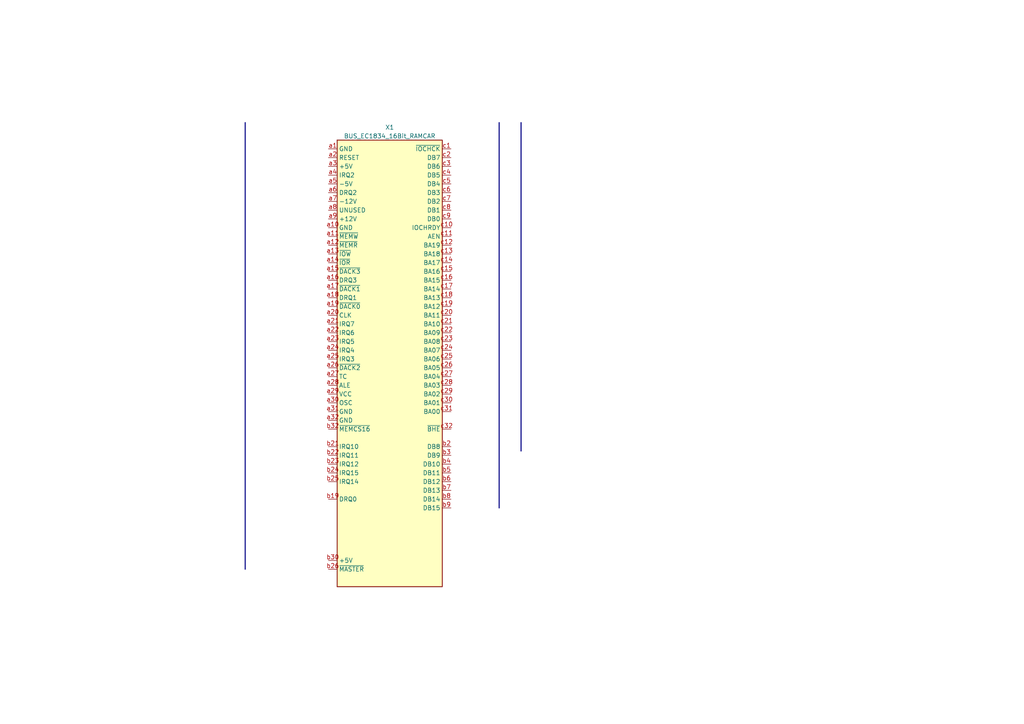
<source format=kicad_sch>
(kicad_sch (version 20211123) (generator eeschema)
  (paper "A4")
  (lib_symbols
    (symbol "robotron_ec1834:BUS_EC1834_16Bit_RAMCARD"
      (property "Reference" "U" (at 0 0 0))
      (property "Value" "BUS_EC1834_16Bit_RAMCARD" (at 0 -8.89 90))
      (symbol "BUS_EC1834_16Bit_RAMCARD_0_1"
        (rectangle (start -15.24 -64.77) (end 15.24 64.77) (stroke (width 0.254)) (fill (type background)))
      )
      (symbol "BUS_EC1834_16Bit_RAMCARD_1_1"
        (pin power_in line (at -17.78 62.23 0) (length 2.54) (name "GND") (number "a1"))
        (pin power_in line (at -17.78 39.37 0) (length 2.54) (name "GND") (number "a10"))
        (pin input line (at -17.78 36.83 0) (length 2.54) (name "~{MEMW}") (number "a11"))
        (pin input line (at -17.78 34.29 0) (length 2.54) (name "~{MEMR}") (number "a12"))
        (pin input line (at -17.78 31.75 0) (length 2.54) (name "~{IOW}") (number "a13"))
        (pin input line (at -17.78 29.21 0) (length 2.54) (name "~{IOR}") (number "a14"))
        (pin passive line (at -17.78 26.67 0) (length 2.54) (name "~{DACK3}") (number "a15"))
        (pin passive line (at -17.78 24.13 0) (length 2.54) (name "DRQ3") (number "a16"))
        (pin passive line (at -17.78 21.59 0) (length 2.54) (name "~{DACK1}") (number "a17"))
        (pin passive line (at -17.78 19.05 0) (length 2.54) (name "DRQ1") (number "a18"))
        (pin passive line (at -17.78 16.51 0) (length 2.54) (name "~{DACK0}") (number "a19"))
        (pin input line (at -17.78 59.69 0) (length 2.54) (name "RESET") (number "a2"))
        (pin input line (at -17.78 13.97 0) (length 2.54) (name "CLK") (number "a20"))
        (pin passive line (at -17.78 11.43 0) (length 2.54) (name "IRQ7") (number "a21"))
        (pin passive line (at -17.78 8.89 0) (length 2.54) (name "IRQ6") (number "a22"))
        (pin passive line (at -17.78 6.35 0) (length 2.54) (name "IRQ5") (number "a23"))
        (pin passive line (at -17.78 3.81 0) (length 2.54) (name "IRQ4") (number "a24"))
        (pin passive line (at -17.78 1.27 0) (length 2.54) (name "IRQ3") (number "a25"))
        (pin passive line (at -17.78 -1.27 0) (length 2.54) (name "~{DACK2}") (number "a26"))
        (pin passive line (at -17.78 -3.81 0) (length 2.54) (name "TC") (number "a27"))
        (pin input line (at -17.78 -6.35 0) (length 2.54) (name "ALE") (number "a28"))
        (pin power_in line (at -17.78 -8.89 0) (length 2.54) (name "VCC") (number "a29"))
        (pin power_in line (at -17.78 57.15 0) (length 2.54) (name "+5V") (number "a3"))
        (pin input line (at -17.78 -11.43 0) (length 2.54) (name "OSC") (number "a30"))
        (pin power_in line (at -17.78 -13.97 0) (length 2.54) (name "GND") (number "a31"))
        (pin power_in line (at -17.78 -16.51 0) (length 2.54) (name "GND") (number "a32"))
        (pin passive line (at -17.78 54.61 0) (length 2.54) (name "IRQ2") (number "a4"))
        (pin power_in line (at -17.78 52.07 0) (length 2.54) (name "-5V") (number "a5"))
        (pin passive line (at -17.78 49.53 0) (length 2.54) (name "DRQ2") (number "a6"))
        (pin power_in line (at -17.78 46.99 0) (length 2.54) (name "-12V") (number "a7"))
        (pin passive line (at -17.78 44.45 0) (length 2.54) (name "UNUSED") (number "a8"))
        (pin power_in line (at -17.78 41.91 0) (length 2.54) (name "+12V") (number "a9"))
        (pin no_connect line (at 1.27 -25.4 180) (length 2.54) hide (name "UNUSED") (number "b1"))
        (pin no_connect line (at 1.27 -27.94 180) (length 2.54) hide (name "UNUSED") (number "b10"))
        (pin no_connect line (at 1.27 -30.48 180) (length 2.54) hide (name "UNUSED") (number "b11"))
        (pin no_connect line (at 1.27 -33.02 180) (length 2.54) hide (name "UNUSED") (number "b12"))
        (pin no_connect line (at 1.27 -35.56 180) (length 2.54) hide (name "UNUSED") (number "b13"))
        (pin no_connect line (at 1.27 -38.1 180) (length 2.54) hide (name "UNUSED") (number "b14"))
        (pin no_connect line (at 1.27 -40.64 180) (length 2.54) hide (name "UNUSED") (number "b15"))
        (pin no_connect line (at 1.27 -43.18 180) (length 2.54) hide (name "UNUSED") (number "b16"))
        (pin no_connect line (at 1.27 -45.72 180) (length 2.54) hide (name "UNUSED") (number "b17"))
        (pin no_connect line (at 1.27 -48.26 180) (length 2.54) hide (name "UNUSED") (number "b18"))
        (pin passive line (at -17.78 -39.37 0) (length 2.54) (name "DRQ0") (number "b19"))
        (pin tri_state line (at 17.78 -24.13 180) (length 2.54) (name "DB8") (number "b2"))
        (pin no_connect line (at 1.27 -50.8 180) (length 2.54) hide (name "UNUSED") (number "b20"))
        (pin passive line (at -17.78 -24.13 0) (length 2.54) (name "IRQ10") (number "b21"))
        (pin passive line (at -17.78 -26.67 0) (length 2.54) (name "IRQ11") (number "b22"))
        (pin passive line (at -17.78 -29.21 0) (length 2.54) (name "IRQ12") (number "b23"))
        (pin passive line (at -17.78 -31.75 0) (length 2.54) (name "IRQ15") (number "b24"))
        (pin passive line (at -17.78 -34.29 0) (length 2.54) (name "IRQ14") (number "b25"))
        (pin passive line (at -17.78 -59.69 0) (length 2.54) (name "~{MASTER}") (number "b26"))
        (pin no_connect line (at 1.27 -53.34 180) (length 2.54) hide (name "UNUSED") (number "b27"))
        (pin no_connect line (at 1.27 -55.88 180) (length 2.54) hide (name "UNUSED") (number "b28"))
        (pin no_connect line (at 1.27 -58.42 180) (length 2.54) hide (name "UNUSED") (number "b29"))
        (pin tri_state line (at 17.78 -26.67 180) (length 2.54) (name "DB9") (number "b3"))
        (pin power_in line (at -17.78 -57.15 0) (length 2.54) (name "+5V") (number "b30"))
        (pin no_connect line (at 1.27 -60.96 180) (length 2.54) hide (name "UNUSED") (number "b31"))
        (pin passive line (at -17.78 -19.05 0) (length 2.54) (name "~{MEMCS16}") (number "b32"))
        (pin tri_state line (at 17.78 -29.21 180) (length 2.54) (name "DB10") (number "b4"))
        (pin tri_state line (at 17.78 -31.75 180) (length 2.54) (name "DB11") (number "b5"))
        (pin tri_state line (at 17.78 -34.29 180) (length 2.54) (name "DB12") (number "b6"))
        (pin tri_state line (at 17.78 -36.83 180) (length 2.54) (name "DB13") (number "b7"))
        (pin tri_state line (at 17.78 -39.37 180) (length 2.54) (name "DB14") (number "b8"))
        (pin tri_state line (at 17.78 -41.91 180) (length 2.54) (name "DB15") (number "b9"))
        (pin passive line (at 17.78 62.23 180) (length 2.54) (name "~{IOCHCK}") (number "c1"))
        (pin passive line (at 17.78 39.37 180) (length 2.54) (name "IOCHRDY") (number "c10"))
        (pin input line (at 17.78 36.83 180) (length 2.54) (name "AEN") (number "c11"))
        (pin tri_state line (at 17.78 34.29 180) (length 2.54) (name "BA19") (number "c12"))
        (pin tri_state line (at 17.78 31.75 180) (length 2.54) (name "BA18") (number "c13"))
        (pin tri_state line (at 17.78 29.21 180) (length 2.54) (name "BA17") (number "c14"))
        (pin tri_state line (at 17.78 26.67 180) (length 2.54) (name "BA16") (number "c15"))
        (pin tri_state line (at 17.78 24.13 180) (length 2.54) (name "BA15") (number "c16"))
        (pin tri_state line (at 17.78 21.59 180) (length 2.54) (name "BA14") (number "c17"))
        (pin tri_state line (at 17.78 19.05 180) (length 2.54) (name "BA13") (number "c18"))
        (pin tri_state line (at 17.78 16.51 180) (length 2.54) (name "BA12") (number "c19"))
        (pin tri_state line (at 17.78 59.69 180) (length 2.54) (name "DB7") (number "c2"))
        (pin tri_state line (at 17.78 13.97 180) (length 2.54) (name "BA11") (number "c20"))
        (pin tri_state line (at 17.78 11.43 180) (length 2.54) (name "BA10") (number "c21"))
        (pin tri_state line (at 17.78 8.89 180) (length 2.54) (name "BA09") (number "c22"))
        (pin tri_state line (at 17.78 6.35 180) (length 2.54) (name "BA08") (number "c23"))
        (pin tri_state line (at 17.78 3.81 180) (length 2.54) (name "BA07") (number "c24"))
        (pin tri_state line (at 17.78 1.27 180) (length 2.54) (name "BA06") (number "c25"))
        (pin tri_state line (at 17.78 -1.27 180) (length 2.54) (name "BA05") (number "c26"))
        (pin tri_state line (at 17.78 -3.81 180) (length 2.54) (name "BA04") (number "c27"))
        (pin tri_state line (at 17.78 -6.35 180) (length 2.54) (name "BA03") (number "c28"))
        (pin tri_state line (at 17.78 -8.89 180) (length 2.54) (name "BA02") (number "c29"))
        (pin tri_state line (at 17.78 57.15 180) (length 2.54) (name "DB6") (number "c3"))
        (pin tri_state line (at 17.78 -11.43 180) (length 2.54) (name "BA01") (number "c30"))
        (pin tri_state line (at 17.78 -13.97 180) (length 2.54) (name "BA00") (number "c31"))
        (pin passive line (at 17.78 -19.05 180) (length 2.54) (name "~{BHE}") (number "c32"))
        (pin tri_state line (at 17.78 54.61 180) (length 2.54) (name "DB5") (number "c4"))
        (pin tri_state line (at 17.78 52.07 180) (length 2.54) (name "DB4") (number "c5"))
        (pin tri_state line (at 17.78 49.53 180) (length 2.54) (name "DB3") (number "c6"))
        (pin tri_state line (at 17.78 46.99 180) (length 2.54) (name "DB2") (number "c7"))
        (pin tri_state line (at 17.78 44.45 180) (length 2.54) (name "DB1") (number "c8"))
        (pin tri_state line (at 17.78 41.91 180) (length 2.54) (name "DB0") (number "c9"))
      )
    )
  )
  (bus (pts (xy 71.12 35.56) (xy 71.12 165.1)))
  (bus (pts (xy 144.78 35.56) (xy 144.78 147.32)))
  (bus (pts (xy 151.13 35.56) (xy 151.13 130.81)))
  (symbol (lib_id "robotron_ec1834:BUS_EC1834_16Bit_RAMCARD") (at 113.03 105.41 0) (unit 1)
    (property "Reference" "X1" (at 113.03 36.9402 0))
    (property "Value" "BUS_EC1834_16Bit_RAMCAR" (at 113.03 39.4771 0))
    (property "Footprint" "Connector_DIN:DIN41612_C_3x32_Female_Vertical_THT" (effects hide))
  )
)
</source>
